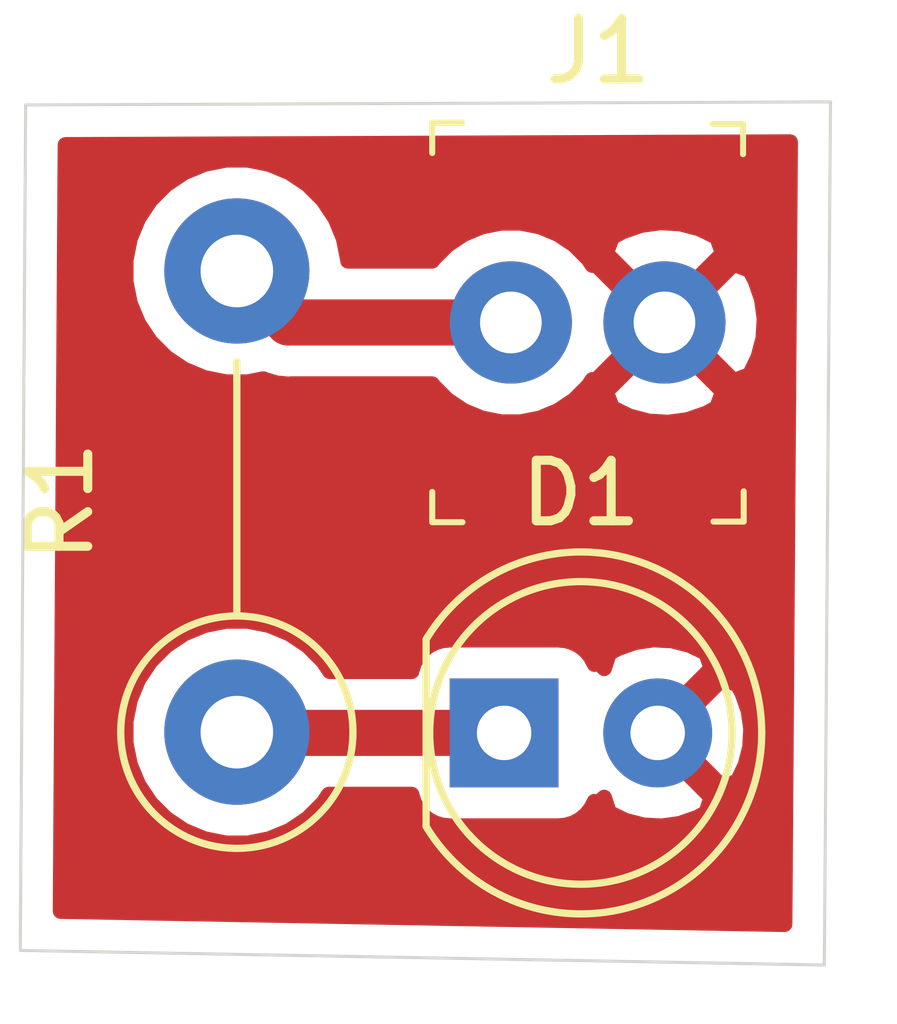
<source format=kicad_pcb>
(kicad_pcb (version 20171130) (host pcbnew "(5.1.6-0-10_14)")

  (general
    (thickness 1.6)
    (drawings 4)
    (tracks 5)
    (zones 0)
    (modules 3)
    (nets 4)
  )

  (page A4)
  (layers
    (0 F.Cu signal)
    (31 B.Cu signal)
    (32 B.Adhes user)
    (33 F.Adhes user)
    (34 B.Paste user)
    (35 F.Paste user)
    (36 B.SilkS user)
    (37 F.SilkS user)
    (38 B.Mask user)
    (39 F.Mask user)
    (40 Dwgs.User user)
    (41 Cmts.User user)
    (42 Eco1.User user)
    (43 Eco2.User user)
    (44 Edge.Cuts user)
    (45 Margin user)
    (46 B.CrtYd user)
    (47 F.CrtYd user)
    (48 B.Fab user)
    (49 F.Fab user)
  )

  (setup
    (last_trace_width 0.762)
    (user_trace_width 0.762)
    (trace_clearance 0.2)
    (zone_clearance 0.508)
    (zone_45_only no)
    (trace_min 0.2)
    (via_size 0.8)
    (via_drill 0.4)
    (via_min_size 0.4)
    (via_min_drill 0.3)
    (uvia_size 0.3)
    (uvia_drill 0.1)
    (uvias_allowed no)
    (uvia_min_size 0.2)
    (uvia_min_drill 0.1)
    (edge_width 0.05)
    (segment_width 0.2)
    (pcb_text_width 0.3)
    (pcb_text_size 1.5 1.5)
    (mod_edge_width 0.12)
    (mod_text_size 1 1)
    (mod_text_width 0.15)
    (pad_size 1.524 1.524)
    (pad_drill 0.762)
    (pad_to_mask_clearance 0.05)
    (aux_axis_origin 0 0)
    (visible_elements FFFFFF7F)
    (pcbplotparams
      (layerselection 0x00000_7fffffff)
      (usegerberextensions false)
      (usegerberattributes true)
      (usegerberadvancedattributes true)
      (creategerberjobfile true)
      (excludeedgelayer true)
      (linewidth 0.100000)
      (plotframeref false)
      (viasonmask false)
      (mode 1)
      (useauxorigin false)
      (hpglpennumber 1)
      (hpglpenspeed 20)
      (hpglpendiameter 15.000000)
      (psnegative false)
      (psa4output false)
      (plotreference true)
      (plotvalue true)
      (plotinvisibletext false)
      (padsonsilk false)
      (subtractmaskfromsilk false)
      (outputformat 1)
      (mirror false)
      (drillshape 0)
      (scaleselection 1)
      (outputdirectory "gerber/"))
  )

  (net 0 "")
  (net 1 "Net-(D1-Pad1)")
  (net 2 GND)
  (net 3 VCC)

  (net_class Default "This is the default net class."
    (clearance 0.2)
    (trace_width 0.25)
    (via_dia 0.8)
    (via_drill 0.4)
    (uvia_dia 0.3)
    (uvia_drill 0.1)
    (add_net GND)
    (add_net "Net-(D1-Pad1)")
    (add_net VCC)
  )

  (module LED_THT:LED_D5.0mm_Clear (layer F.Cu) (tedit 5A6C9BC0) (tstamp 5F3D0EBC)
    (at 17.9324 5.0292)
    (descr "LED, diameter 5.0mm, 2 pins, http://cdn-reichelt.de/documents/datenblatt/A500/LL-504BC2E-009.pdf")
    (tags "LED diameter 5.0mm 2 pins")
    (path /5F3D05D9)
    (fp_text reference D1 (at 1.27 -3.96) (layer F.SilkS)
      (effects (font (size 1 1) (thickness 0.15)))
    )
    (fp_text value LED (at 1.27 3.96) (layer F.Fab)
      (effects (font (size 1 1) (thickness 0.15)))
    )
    (fp_arc (start 1.27 0) (end -1.29 1.54483) (angle -148.9) (layer F.SilkS) (width 0.12))
    (fp_arc (start 1.27 0) (end -1.29 -1.54483) (angle 148.9) (layer F.SilkS) (width 0.12))
    (fp_arc (start 1.27 0) (end -1.23 -1.469694) (angle 299.1) (layer F.Fab) (width 0.1))
    (fp_text user %R (at 1.25 0) (layer F.Fab)
      (effects (font (size 0.8 0.8) (thickness 0.2)))
    )
    (fp_line (start -1.23 -1.469694) (end -1.23 1.469694) (layer F.Fab) (width 0.1))
    (fp_line (start -1.29 -1.545) (end -1.29 1.545) (layer F.SilkS) (width 0.12))
    (fp_line (start -1.95 -3.25) (end -1.95 3.25) (layer F.CrtYd) (width 0.05))
    (fp_line (start -1.95 3.25) (end 4.5 3.25) (layer F.CrtYd) (width 0.05))
    (fp_line (start 4.5 3.25) (end 4.5 -3.25) (layer F.CrtYd) (width 0.05))
    (fp_line (start 4.5 -3.25) (end -1.95 -3.25) (layer F.CrtYd) (width 0.05))
    (fp_circle (center 1.27 0) (end 3.77 0) (layer F.Fab) (width 0.1))
    (fp_circle (center 1.27 0) (end 3.77 0) (layer F.SilkS) (width 0.12))
    (pad 2 thru_hole circle (at 2.54 0) (size 1.8 1.8) (drill 0.9) (layers *.Cu *.Mask)
      (net 2 GND))
    (pad 1 thru_hole rect (at 0 0) (size 1.8 1.8) (drill 0.9) (layers *.Cu *.Mask)
      (net 1 "Net-(D1-Pad1)"))
    (model ${KISYS3DMOD}/LED_THT.3dshapes/LED_D5.0mm_Clear.wrl
      (at (xyz 0 0 0))
      (scale (xyz 1 1 1))
      (rotate (xyz 0 0 0))
    )
  )

  (module Resistor_THT:R_Axial_DIN0411_L9.9mm_D3.6mm_P7.62mm_Vertical (layer F.Cu) (tedit 5AE5139B) (tstamp 5F3D0EE6)
    (at 13.5128 5.0165 90)
    (descr "Resistor, Axial_DIN0411 series, Axial, Vertical, pin pitch=7.62mm, 1W, length*diameter=9.9*3.6mm^2")
    (tags "Resistor Axial_DIN0411 series Axial Vertical pin pitch 7.62mm 1W length 9.9mm diameter 3.6mm")
    (path /5F3D0C98)
    (fp_text reference R1 (at 3.81 -2.92 90) (layer F.SilkS)
      (effects (font (size 1 1) (thickness 0.15)))
    )
    (fp_text value R (at 3.81 2.92 90) (layer F.Fab)
      (effects (font (size 1 1) (thickness 0.15)))
    )
    (fp_text user %R (at 3.81 -2.92 90) (layer F.Fab)
      (effects (font (size 1 1) (thickness 0.15)))
    )
    (fp_circle (center 0 0) (end 1.8 0) (layer F.Fab) (width 0.1))
    (fp_circle (center 0 0) (end 1.92 0) (layer F.SilkS) (width 0.12))
    (fp_line (start 0 0) (end 7.62 0) (layer F.Fab) (width 0.1))
    (fp_line (start 1.92 0) (end 6.12 0) (layer F.SilkS) (width 0.12))
    (fp_line (start -2.05 -2.05) (end -2.05 2.05) (layer F.CrtYd) (width 0.05))
    (fp_line (start -2.05 2.05) (end 9.07 2.05) (layer F.CrtYd) (width 0.05))
    (fp_line (start 9.07 2.05) (end 9.07 -2.05) (layer F.CrtYd) (width 0.05))
    (fp_line (start 9.07 -2.05) (end -2.05 -2.05) (layer F.CrtYd) (width 0.05))
    (pad 2 thru_hole oval (at 7.62 0 90) (size 2.4 2.4) (drill 1.2) (layers *.Cu *.Mask)
      (net 3 VCC))
    (pad 1 thru_hole circle (at 0 0 90) (size 2.4 2.4) (drill 1.2) (layers *.Cu *.Mask)
      (net 1 "Net-(D1-Pad1)"))
    (model ${KISYS3DMOD}/Resistor_THT.3dshapes/R_Axial_DIN0411_L9.9mm_D3.6mm_P7.62mm_Vertical.wrl
      (at (xyz 0 0 0))
      (scale (xyz 1 1 1))
      (rotate (xyz 0 0 0))
    )
  )

  (module digikey-footprints:PinHeader_1x2_P2.54mm_Drill1.02mm (layer F.Cu) (tedit 5A4BC55F) (tstamp 5F3D0ED3)
    (at 18.04416 -1.7526)
    (descr http://www.molex.com/pdm_docs/sd/022232031_sd.pdf)
    (path /5F3CF2B5)
    (fp_text reference J1 (at 1.45 -4.48) (layer F.SilkS)
      (effects (font (size 1 1) (thickness 0.15)))
    )
    (fp_text value 22-23-2021 (at 1.23 4.72) (layer F.Fab)
      (effects (font (size 1 1) (thickness 0.15)))
    )
    (fp_text user %R (at 1.25 0.03) (layer F.Fab)
      (effects (font (size 1 1) (thickness 0.15)))
    )
    (fp_line (start 3.98 3.42) (end -1.45 3.42) (layer F.CrtYd) (width 0.05))
    (fp_line (start -1.45 -3.42) (end -1.45 3.42) (layer F.CrtYd) (width 0.05))
    (fp_line (start 3.98 -3.42) (end 3.98 3.42) (layer F.CrtYd) (width 0.05))
    (fp_line (start 3.98 -3.42) (end -1.45 -3.42) (layer F.CrtYd) (width 0.05))
    (fp_line (start 3.84 -3.28) (end 3.84 -2.78) (layer F.SilkS) (width 0.1))
    (fp_line (start 3.84 -3.28) (end 3.34 -3.28) (layer F.SilkS) (width 0.1))
    (fp_line (start -1.3 -3.3) (end -1.3 -2.8) (layer F.SilkS) (width 0.1))
    (fp_line (start -1.3 -3.3) (end -0.8 -3.3) (layer F.SilkS) (width 0.1))
    (fp_line (start -1.3 3.3) (end -1.3 2.8) (layer F.SilkS) (width 0.1))
    (fp_line (start -1.3 3.3) (end -0.8 3.3) (layer F.SilkS) (width 0.1))
    (fp_line (start 3.85 3.29) (end 3.85 2.79) (layer F.SilkS) (width 0.1))
    (fp_line (start 3.85 3.29) (end 3.35 3.29) (layer F.SilkS) (width 0.1))
    (fp_line (start -1.2 3.17) (end 3.73 3.17) (layer F.Fab) (width 0.1))
    (fp_line (start 3.73 -3.17) (end 3.73 3.17) (layer F.Fab) (width 0.1))
    (fp_line (start -1.2 -3.17) (end -1.2 3.17) (layer F.Fab) (width 0.1))
    (fp_line (start -1.2 -3.17) (end 3.73 -3.17) (layer F.Fab) (width 0.1))
    (pad 2 thru_hole circle (at 2.54 0) (size 2.02 2.02) (drill 1.02) (layers *.Cu *.Mask)
      (net 2 GND))
    (pad 1 thru_hole circle (at 0 0) (size 2.02 2.02) (drill 1.02) (layers *.Cu *.Mask)
      (net 3 VCC))
  )

  (gr_line (start 9.9314 8.6233) (end 10.0203 -5.3467) (layer Edge.Cuts) (width 0.05) (tstamp 5F3D12C2))
  (gr_line (start 23.2283 8.8646) (end 9.9314 8.6233) (layer Edge.Cuts) (width 0.05))
  (gr_line (start 23.3299 -5.3975) (end 23.2283 8.8646) (layer Edge.Cuts) (width 0.05))
  (gr_line (start 10.0203 -5.3467) (end 23.3299 -5.3975) (layer Edge.Cuts) (width 0.05))

  (segment (start 13.9573 5.461) (end 13.5128 5.0165) (width 0.25) (layer F.Cu) (net 1))
  (segment (start 13.5255 5.0292) (end 13.5128 5.0165) (width 0.762) (layer F.Cu) (net 1))
  (segment (start 17.9324 5.0292) (end 13.5255 5.0292) (width 0.762) (layer F.Cu) (net 1))
  (segment (start 14.3637 -1.7526) (end 13.5128 -2.6035) (width 0.762) (layer F.Cu) (net 3))
  (segment (start 18.04416 -1.7526) (end 14.3637 -1.7526) (width 0.762) (layer F.Cu) (net 3))

  (zone (net 2) (net_name GND) (layer F.Cu) (tstamp 0) (hatch edge 0.508)
    (connect_pads (clearance 0.508))
    (min_thickness 0.254)
    (fill yes (arc_segments 32) (thermal_gap 0.508) (thermal_bridge_width 0.508))
    (polygon
      (pts
        (xy 23.50516 9.02716) (xy 9.59612 8.98144) (xy 9.59612 -5.83184) (xy 23.52548 -5.83184)
      )
    )
    (filled_polygon
      (pts
        (xy 22.573071 8.192601) (xy 10.595537 7.975244) (xy 10.615515 4.835768) (xy 11.6778 4.835768) (xy 11.6778 5.197232)
        (xy 11.748318 5.55175) (xy 11.886644 5.885699) (xy 12.087462 6.186244) (xy 12.343056 6.441838) (xy 12.643601 6.642656)
        (xy 12.97755 6.780982) (xy 13.332068 6.8515) (xy 13.693532 6.8515) (xy 14.04805 6.780982) (xy 14.381999 6.642656)
        (xy 14.682544 6.441838) (xy 14.938138 6.186244) (xy 15.032381 6.0452) (xy 16.405753 6.0452) (xy 16.406588 6.053682)
        (xy 16.442898 6.17338) (xy 16.501863 6.283694) (xy 16.581215 6.380385) (xy 16.677906 6.459737) (xy 16.78822 6.518702)
        (xy 16.907918 6.555012) (xy 17.0324 6.567272) (xy 18.8324 6.567272) (xy 18.956882 6.555012) (xy 19.07658 6.518702)
        (xy 19.186894 6.459737) (xy 19.283585 6.380385) (xy 19.362937 6.283694) (xy 19.421902 6.17338) (xy 19.425213 6.162465)
        (xy 19.471978 6.20923) (xy 19.587926 6.093282) (xy 19.671608 6.347461) (xy 19.944175 6.478358) (xy 20.237042 6.553565)
        (xy 20.538953 6.570191) (xy 20.838307 6.527597) (xy 21.123599 6.427422) (xy 21.273192 6.347461) (xy 21.356875 6.09328)
        (xy 20.4724 5.208805) (xy 20.458258 5.222948) (xy 20.278653 5.043343) (xy 20.292795 5.0292) (xy 20.652005 5.0292)
        (xy 21.53648 5.913675) (xy 21.790661 5.829992) (xy 21.921558 5.557425) (xy 21.996765 5.264558) (xy 22.013391 4.962647)
        (xy 21.970797 4.663293) (xy 21.870622 4.378001) (xy 21.790661 4.228408) (xy 21.53648 4.144725) (xy 20.652005 5.0292)
        (xy 20.292795 5.0292) (xy 20.278653 5.015058) (xy 20.458258 4.835453) (xy 20.4724 4.849595) (xy 21.356875 3.96512)
        (xy 21.273192 3.710939) (xy 21.000625 3.580042) (xy 20.707758 3.504835) (xy 20.405847 3.488209) (xy 20.106493 3.530803)
        (xy 19.821201 3.630978) (xy 19.671608 3.710939) (xy 19.587926 3.965118) (xy 19.471978 3.84917) (xy 19.425213 3.895935)
        (xy 19.421902 3.88502) (xy 19.362937 3.774706) (xy 19.283585 3.678015) (xy 19.186894 3.598663) (xy 19.07658 3.539698)
        (xy 18.956882 3.503388) (xy 18.8324 3.491128) (xy 17.0324 3.491128) (xy 16.907918 3.503388) (xy 16.78822 3.539698)
        (xy 16.677906 3.598663) (xy 16.581215 3.678015) (xy 16.501863 3.774706) (xy 16.442898 3.88502) (xy 16.406588 4.004718)
        (xy 16.405753 4.0132) (xy 15.049352 4.0132) (xy 14.938138 3.846756) (xy 14.682544 3.591162) (xy 14.381999 3.390344)
        (xy 14.04805 3.252018) (xy 13.693532 3.1815) (xy 13.332068 3.1815) (xy 12.97755 3.252018) (xy 12.643601 3.390344)
        (xy 12.343056 3.591162) (xy 12.087462 3.846756) (xy 11.886644 4.147301) (xy 11.748318 4.48125) (xy 11.6778 4.835768)
        (xy 10.615515 4.835768) (xy 10.664005 -2.784232) (xy 11.6778 -2.784232) (xy 11.6778 -2.422768) (xy 11.748318 -2.06825)
        (xy 11.886644 -1.734301) (xy 12.087462 -1.433756) (xy 12.343056 -1.178162) (xy 12.643601 -0.977344) (xy 12.97755 -0.839018)
        (xy 13.332068 -0.7685) (xy 13.693532 -0.7685) (xy 13.952978 -0.820107) (xy 13.973013 -0.809398) (xy 14.164529 -0.751302)
        (xy 14.313798 -0.7366) (xy 14.313805 -0.7366) (xy 14.363699 -0.731686) (xy 14.413593 -0.7366) (xy 16.744605 -0.7366)
        (xy 16.766405 -0.703974) (xy 16.995534 -0.474845) (xy 17.264961 -0.29482) (xy 17.564331 -0.170817) (xy 17.882142 -0.1076)
        (xy 18.206178 -0.1076) (xy 18.523989 -0.170817) (xy 18.823359 -0.29482) (xy 19.092786 -0.474845) (xy 19.227996 -0.610055)
        (xy 19.621221 -0.610055) (xy 19.718192 -0.344632) (xy 20.009513 -0.202744) (xy 20.322917 -0.120415) (xy 20.64636 -0.100811)
        (xy 20.967413 -0.144684) (xy 21.273738 -0.250349) (xy 21.450128 -0.344632) (xy 21.547099 -0.610055) (xy 20.58416 -1.572995)
        (xy 19.621221 -0.610055) (xy 19.227996 -0.610055) (xy 19.321915 -0.703974) (xy 19.391422 -0.807999) (xy 19.441615 -0.789661)
        (xy 20.404555 -1.7526) (xy 20.763765 -1.7526) (xy 21.726705 -0.789661) (xy 21.992128 -0.886632) (xy 22.134016 -1.177953)
        (xy 22.216345 -1.491357) (xy 22.235949 -1.8148) (xy 22.192076 -2.135853) (xy 22.086411 -2.442178) (xy 21.992128 -2.618568)
        (xy 21.726705 -2.715539) (xy 20.763765 -1.7526) (xy 20.404555 -1.7526) (xy 19.441615 -2.715539) (xy 19.391422 -2.697201)
        (xy 19.321915 -2.801226) (xy 19.227996 -2.895145) (xy 19.621221 -2.895145) (xy 20.58416 -1.932205) (xy 21.547099 -2.895145)
        (xy 21.450128 -3.160568) (xy 21.158807 -3.302456) (xy 20.845403 -3.384785) (xy 20.52196 -3.404389) (xy 20.200907 -3.360516)
        (xy 19.894582 -3.254851) (xy 19.718192 -3.160568) (xy 19.621221 -2.895145) (xy 19.227996 -2.895145) (xy 19.092786 -3.030355)
        (xy 18.823359 -3.21038) (xy 18.523989 -3.334383) (xy 18.206178 -3.3976) (xy 17.882142 -3.3976) (xy 17.564331 -3.334383)
        (xy 17.264961 -3.21038) (xy 16.995534 -3.030355) (xy 16.766405 -2.801226) (xy 16.744605 -2.7686) (xy 15.3478 -2.7686)
        (xy 15.3478 -2.784232) (xy 15.277282 -3.13875) (xy 15.138956 -3.472699) (xy 14.938138 -3.773244) (xy 14.682544 -4.028838)
        (xy 14.381999 -4.229656) (xy 14.04805 -4.367982) (xy 13.693532 -4.4385) (xy 13.332068 -4.4385) (xy 12.97755 -4.367982)
        (xy 12.643601 -4.229656) (xy 12.343056 -4.028838) (xy 12.087462 -3.773244) (xy 11.886644 -3.472699) (xy 11.748318 -3.13875)
        (xy 11.6778 -2.784232) (xy 10.664005 -2.784232) (xy 10.676128 -4.689199) (xy 22.665164 -4.734959)
      )
    )
  )
)

</source>
